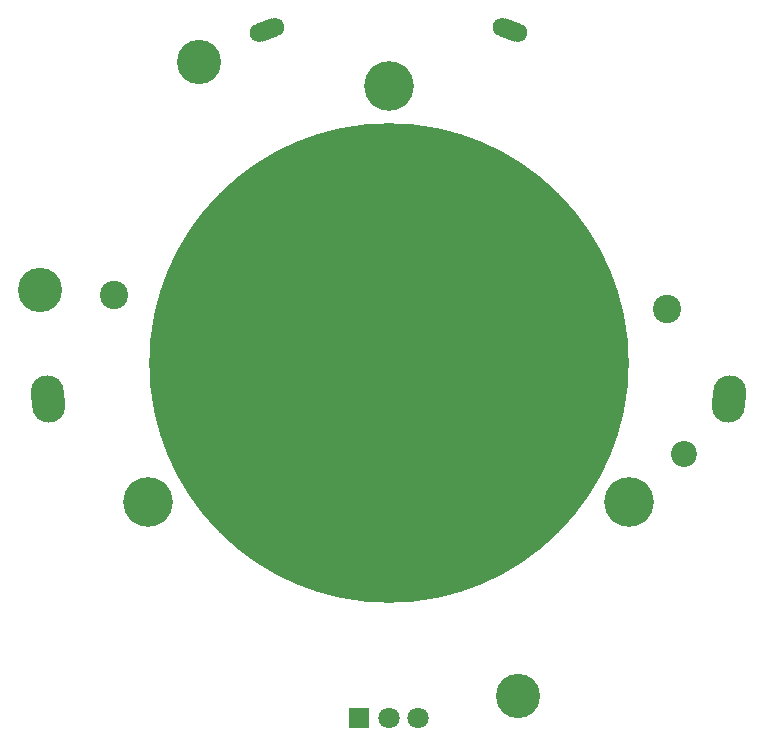
<source format=gts>
%TF.GenerationSoftware,KiCad,Pcbnew,7.0.5-0*%
%TF.CreationDate,2023-07-29T12:44:27-07:00*%
%TF.ProjectId,ergodonk_simple,6572676f-646f-46e6-9b5f-73696d706c65,rev?*%
%TF.SameCoordinates,Original*%
%TF.FileFunction,Soldermask,Top*%
%TF.FilePolarity,Negative*%
%FSLAX46Y46*%
G04 Gerber Fmt 4.6, Leading zero omitted, Abs format (unit mm)*
G04 Created by KiCad (PCBNEW 7.0.5-0) date 2023-07-29 12:44:27*
%MOMM*%
%LPD*%
G01*
G04 APERTURE LIST*
G04 Aperture macros list*
%AMHorizOval*
0 Thick line with rounded ends*
0 $1 width*
0 $2 $3 position (X,Y) of the first rounded end (center of the circle)*
0 $4 $5 position (X,Y) of the second rounded end (center of the circle)*
0 Add line between two ends*
20,1,$1,$2,$3,$4,$5,0*
0 Add two circle primitives to create the rounded ends*
1,1,$1,$2,$3*
1,1,$1,$4,$5*%
G04 Aperture macros list end*
%ADD10HorizOval,2.800000X-0.062717X0.596713X0.062717X-0.596713X0*%
%ADD11C,2.400000*%
%ADD12C,4.200000*%
%ADD13HorizOval,1.600000X0.657785X0.239414X-0.657785X-0.239414X0*%
%ADD14C,40.600000*%
%ADD15HorizOval,1.600000X0.657785X-0.239414X-0.657785X0.239414X0*%
%ADD16C,2.200000*%
%ADD17HorizOval,2.800000X0.062717X0.596713X-0.062717X-0.596713X0*%
%ADD18C,0.500000*%
%ADD19C,3.750000*%
%ADD20R,1.800000X1.800000*%
%ADD21C,1.800000*%
G04 APERTURE END LIST*
D10*
%TO.C,REF\u002A\u002A*%
X132258865Y-96921325D03*
D11*
X137812903Y-88083875D03*
D12*
X140754032Y-105636750D03*
D13*
X150839396Y-65699221D03*
D12*
X161100000Y-70396500D03*
D14*
X161100000Y-93890000D03*
D15*
X171360604Y-65699221D03*
D12*
X181445968Y-105636750D03*
D11*
X184659052Y-89310584D03*
D16*
X186080000Y-101550000D03*
D17*
X189941135Y-96921325D03*
D18*
X130112303Y-87646934D03*
X130550709Y-86586274D03*
X130550709Y-88707595D03*
X131611369Y-86147868D03*
D19*
X131611369Y-87646934D03*
D18*
X131611369Y-89146001D03*
X132672029Y-86586274D03*
X132672029Y-88707595D03*
X133110435Y-87646934D03*
X143561474Y-68371204D03*
X143999880Y-67310543D03*
X143999880Y-69431864D03*
X145060540Y-66872137D03*
D19*
X145060540Y-68371204D03*
D18*
X145060540Y-69870270D03*
X146121200Y-67310543D03*
X146121200Y-69431864D03*
X146559606Y-68371204D03*
X170551739Y-122033537D03*
X170990146Y-120972877D03*
X170990146Y-123094197D03*
X172050806Y-120534471D03*
D19*
X172050806Y-122033537D03*
D18*
X172050806Y-123532604D03*
X173111466Y-120972877D03*
X173111466Y-123094197D03*
X173549872Y-122033537D03*
D20*
X158600000Y-123890000D03*
D21*
X163600000Y-123890000D03*
X161100000Y-123890000D03*
%TD*%
M02*

</source>
